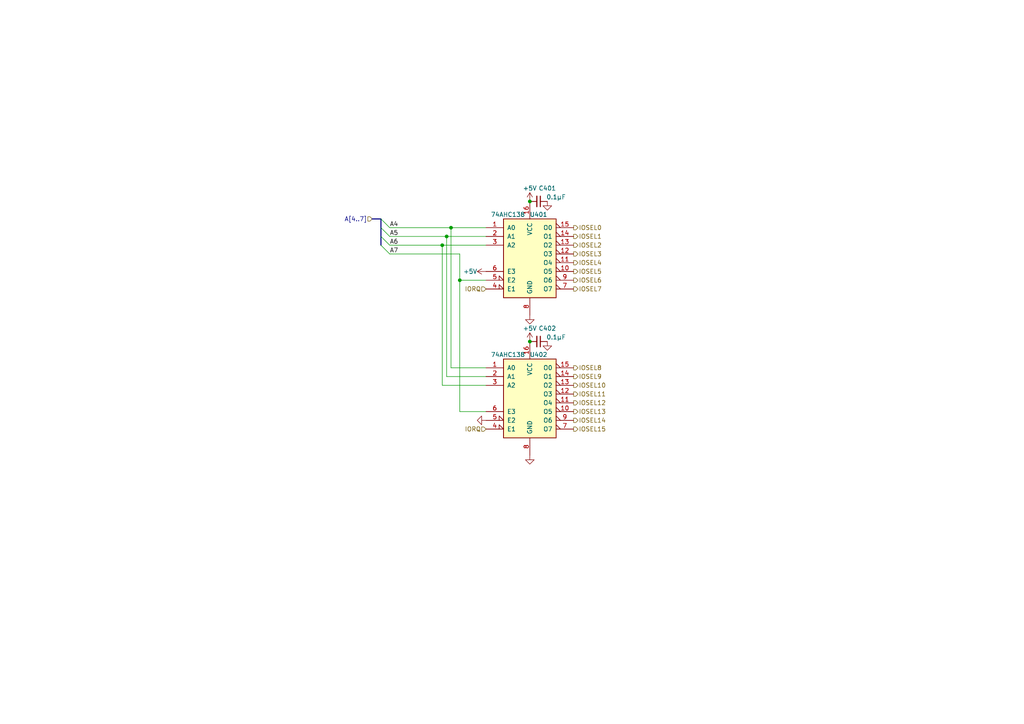
<source format=kicad_sch>
(kicad_sch (version 20211123) (generator eeschema)
  (paper "A4")
  (title_block (title "Computer") (date "2021-02-23") (rev "v1.0") (company "B.W. Harrison") (comment 1 "D = device to select, P = port to select") (comment 2 "Format: DDDDPPPP") (comment 3 "This leaves 4 bits free per device, so each device can have 16 ports.") (comment 4 "Decodes A4-A7 for IO device selection."))
  (lib_symbols
    (symbol "74xx:74AHC138" (pin_names (offset 1.016))
      (property "Reference" "U" (at -7.62 11.43 0))
      (property "Value" "74AHC138" (at -7.62 -13.97 0))
      (symbol "74AHC138_1_0"
        (pin input line (at -12.7 7.62 0) (length 5.08) (name "A0") (number "1"))
        (pin output output_low (at 12.7 -5.08 180) (length 5.08) (name "O5") (number "10"))
        (pin output output_low (at 12.7 -2.54 180) (length 5.08) (name "O4") (number "11"))
        (pin output output_low (at 12.7 0 180) (length 5.08) (name "O3") (number "12"))
        (pin output output_low (at 12.7 2.54 180) (length 5.08) (name "O2") (number "13"))
        (pin output output_low (at 12.7 5.08 180) (length 5.08) (name "O1") (number "14"))
        (pin output output_low (at 12.7 7.62 180) (length 5.08) (name "O0") (number "15"))
        (pin power_in line (at 0 15.24 270) (length 5.08) (name "VCC") (number "16"))
        (pin input line (at -12.7 5.08 0) (length 5.08) (name "A1") (number "2"))
        (pin input line (at -12.7 2.54 0) (length 5.08) (name "A2") (number "3"))
        (pin input input_low (at -12.7 -10.16 0) (length 5.08) (name "E1") (number "4"))
        (pin input input_low (at -12.7 -7.62 0) (length 5.08) (name "E2") (number "5"))
        (pin input line (at -12.7 -5.08 0) (length 5.08) (name "E3") (number "6"))
        (pin output output_low (at 12.7 -10.16 180) (length 5.08) (name "O7") (number "7"))
        (pin power_in line (at 0 -17.78 90) (length 5.08) (name "GND") (number "8"))
        (pin output output_low (at 12.7 -7.62 180) (length 5.08) (name "O6") (number "9"))
      )
      (symbol "74AHC138_1_1"
        (rectangle (start -7.62 10.16) (end 7.62 -12.7) (stroke (width 0.254)) (fill (type background)))
      )
    )
    (symbol "Device:C_Small" (pin_numbers hide) (pin_names (offset 0.254) hide)
      (property "Reference" "C" (at 0.254 1.778 0))
      (property "Value" "C_Small" (at 0.254 -2.032 0))
      (symbol "C_Small_0_1"
        (polyline (pts (xy -1.524 -0.508) (xy 1.524 -0.508)) (stroke (width 0.3302)))
        (polyline (pts (xy -1.524 0.508) (xy 1.524 0.508)) (stroke (width 0.3048)))
      )
      (symbol "C_Small_1_1"
        (pin passive line (at 0 2.54 270) (length 2.032) (name "~") (number "1"))
        (pin passive line (at 0 -2.54 90) (length 2.032) (name "~") (number "2"))
      )
    )
    (symbol "power:+5V" (power) (pin_names (offset 0))
      (property "Value" "+5V" (at 0 3.556 0))
      (symbol "+5V_0_1"
        (polyline (pts (xy -0.762 1.27) (xy 0 2.54)))
        (polyline (pts (xy 0 0) (xy 0 2.54)))
        (polyline (pts (xy 0 2.54) (xy 0.762 1.27)))
      )
      (symbol "+5V_1_1"
        (pin power_in line (at 0 0 90) (length 0) hide (name "+5V") (number "1"))
      )
    )
    (symbol "power:GND" (power) (pin_names (offset 0))
      (property "Value" "GND" (at 0 -3.81 0))
      (symbol "GND_0_1"
        (polyline (pts (xy 0 0) (xy 0 -1.27) (xy 1.27 -1.27) (xy 0 -2.54) (xy -1.27 -1.27) (xy 0 -1.27)))
      )
      (symbol "GND_1_1"
        (pin power_in line (at 0 0 270) (length 0) hide (name "GND") (number "1"))
      )
    )
  )
  (junction (at 133.35 81.28))
  (junction (at 153.67 99.06))
  (junction (at 129.54 68.58))
  (junction (at 130.81 66.04))
  (junction (at 153.67 58.42))
  (junction (at 128.27 71.12))
  (bus_entry (at 110.49 66.04) (size 2.54 2.54))
  (bus_entry (at 110.49 71.12) (size 2.54 2.54))
  (bus_entry (at 110.49 68.58) (size 2.54 2.54))
  (bus_entry (at 110.49 63.5) (size 2.54 2.54))
  (wire (pts (xy 130.81 66.04) (xy 130.81 106.68)))
  (wire (pts (xy 128.27 111.76) (xy 140.97 111.76)))
  (wire (pts (xy 140.97 71.12) (xy 128.27 71.12)))
  (wire (pts (xy 113.03 68.58) (xy 129.54 68.58)))
  (bus (pts (xy 110.49 68.58) (xy 110.49 71.12)))
  (wire (pts (xy 113.03 71.12) (xy 128.27 71.12)))
  (wire (pts (xy 113.03 66.04) (xy 130.81 66.04)))
  (wire (pts (xy 133.35 81.28) (xy 133.35 119.38)))
  (wire (pts (xy 133.35 73.66) (xy 133.35 81.28)))
  (wire (pts (xy 129.54 68.58) (xy 140.97 68.58)))
  (wire (pts (xy 133.35 81.28) (xy 140.97 81.28)))
  (wire (pts (xy 140.97 119.38) (xy 133.35 119.38)))
  (wire (pts (xy 113.03 73.66) (xy 133.35 73.66)))
  (wire (pts (xy 128.27 71.12) (xy 128.27 111.76)))
  (bus (pts (xy 110.49 63.5) (xy 110.49 66.04)))
  (wire (pts (xy 140.97 66.04) (xy 130.81 66.04)))
  (wire (pts (xy 130.81 106.68) (xy 140.97 106.68)))
  (bus (pts (xy 110.49 66.04) (xy 110.49 68.58)))
  (wire (pts (xy 140.97 109.22) (xy 129.54 109.22)))
  (bus (pts (xy 107.95 63.5) (xy 110.49 63.5)))
  (wire (pts (xy 129.54 109.22) (xy 129.54 68.58)))
  (label "A4" (at 113.03 66.04 0))
  (label "A7" (at 113.03 73.66 0))
  (label "A5" (at 113.03 68.58 0))
  (label "A6" (at 113.03 71.12 0))
  (hierarchical_label "IOSEL3" (shape output) (at 166.37 73.66 0))
  (hierarchical_label "IOSEL15" (shape output) (at 166.37 124.46 0))
  (hierarchical_label "A[4..7]" (shape input) (at 107.95 63.5 180))
  (hierarchical_label "IOSEL12" (shape output) (at 166.37 116.84 0))
  (hierarchical_label "IOSEL2" (shape output) (at 166.37 71.12 0))
  (hierarchical_label "IOSEL6" (shape output) (at 166.37 81.28 0))
  (hierarchical_label "IOSEL7" (shape output) (at 166.37 83.82 0))
  (hierarchical_label "IOSEL14" (shape output) (at 166.37 121.92 0))
  (hierarchical_label "IOSEL5" (shape output) (at 166.37 78.74 0))
  (hierarchical_label "IOSEL9" (shape output) (at 166.37 109.22 0))
  (hierarchical_label "IOSEL1" (shape output) (at 166.37 68.58 0))
  (hierarchical_label "IOSEL11" (shape output) (at 166.37 114.3 0))
  (hierarchical_label "IORQ" (shape input) (at 140.97 83.82 180))
  (hierarchical_label "IOSEL8" (shape output) (at 166.37 106.68 0))
  (hierarchical_label "IOSEL4" (shape output) (at 166.37 76.2 0))
  (hierarchical_label "IOSEL13" (shape output) (at 166.37 119.38 0))
  (hierarchical_label "IOSEL0" (shape output) (at 166.37 66.04 0))
  (hierarchical_label "IOSEL10" (shape output) (at 166.37 111.76 0))
  (hierarchical_label "IORQ" (shape input) (at 140.97 124.46 180))
  (symbol (lib_id "74xx:74AHC138") (at 153.67 73.66 0) (unit 1)
    (property "Reference" "U401" (at 156.21 62.23 0))
    (property "Value" "74AHC138" (at 147.32 62.23 0))
    (property "Footprint" "Package_DIP:DIP-16_W7.62mm_Socket_LongPads" (effects hide))
    (property "Datasheet" "https://www.ti.com/lit/ds/symlink/sn74ahc138.pdf" (effects hide))
  )
  (symbol (lib_id "power:+5V") (at 153.67 58.42 0) (unit 1)
    (property "Reference" "#PWR0401" (effects hide))
    (property "Value" "+5V" (at 153.67 54.61 0))
  )
  (symbol (lib_id "Device:C_Small") (at 156.21 58.42 270) (unit 1)
    (property "Reference" "C401" (at 158.75 54.61 90))
    (property "Value" "0.1µF" (at 161.29 57.15 90))
    (property "Footprint" "Capacitor_THT:C_Disc_D5.0mm_W2.5mm_P2.50mm" (effects hide))
  )
  (symbol (lib_id "power:GND") (at 158.75 58.42 0) (unit 1)
    (property "Reference" "#PWR0402" (effects hide))
    (property "Value" "GND" (effects hide))
  )
  (symbol (lib_id "power:+5V") (at 140.97 78.74 90) (unit 1)
    (property "Reference" "#PWR0403" (effects hide))
    (property "Value" "+5V" (at 138.43 78.74 90) (effects (justify left)))
  )
  (symbol (lib_id "power:GND") (at 153.67 91.44 0) (unit 1)
    (property "Reference" "#PWR0404" (effects hide))
    (property "Value" "GND" (effects hide))
  )
  (symbol (lib_id "power:GND") (at 140.97 121.92 270) (unit 1)
    (property "Reference" "#PWR0407" (effects hide))
    (property "Value" "GND" (effects hide))
  )
  (symbol (lib_id "power:GND") (at 153.67 132.08 0) (unit 1)
    (property "Reference" "#PWR0408" (effects hide))
    (property "Value" "GND" (effects hide))
  )
  (symbol (lib_id "power:+5V") (at 153.67 99.06 0) (unit 1)
    (property "Reference" "#PWR0405" (effects hide))
    (property "Value" "+5V" (at 153.67 95.25 0))
  )
  (symbol (lib_id "Device:C_Small") (at 156.21 99.06 270) (unit 1)
    (property "Reference" "C402" (at 158.75 95.25 90))
    (property "Value" "0.1µF" (at 161.29 97.79 90))
    (property "Footprint" "Capacitor_THT:C_Disc_D5.0mm_W2.5mm_P2.50mm" (effects hide))
  )
  (symbol (lib_id "power:GND") (at 158.75 99.06 0) (unit 1)
    (property "Reference" "#PWR0406" (effects hide))
    (property "Value" "GND" (effects hide))
  )
  (symbol (lib_id "74xx:74AHC138") (at 153.67 114.3 0) (unit 1)
    (property "Reference" "U402" (at 156.21 102.87 0))
    (property "Value" "74AHC138" (at 147.32 102.87 0))
    (property "Footprint" "Package_DIP:DIP-16_W7.62mm_Socket_LongPads" (effects hide))
    (property "Datasheet" "https://www.ti.com/lit/ds/symlink/sn74ahc138.pdf" (effects hide))
  )
)
</source>
